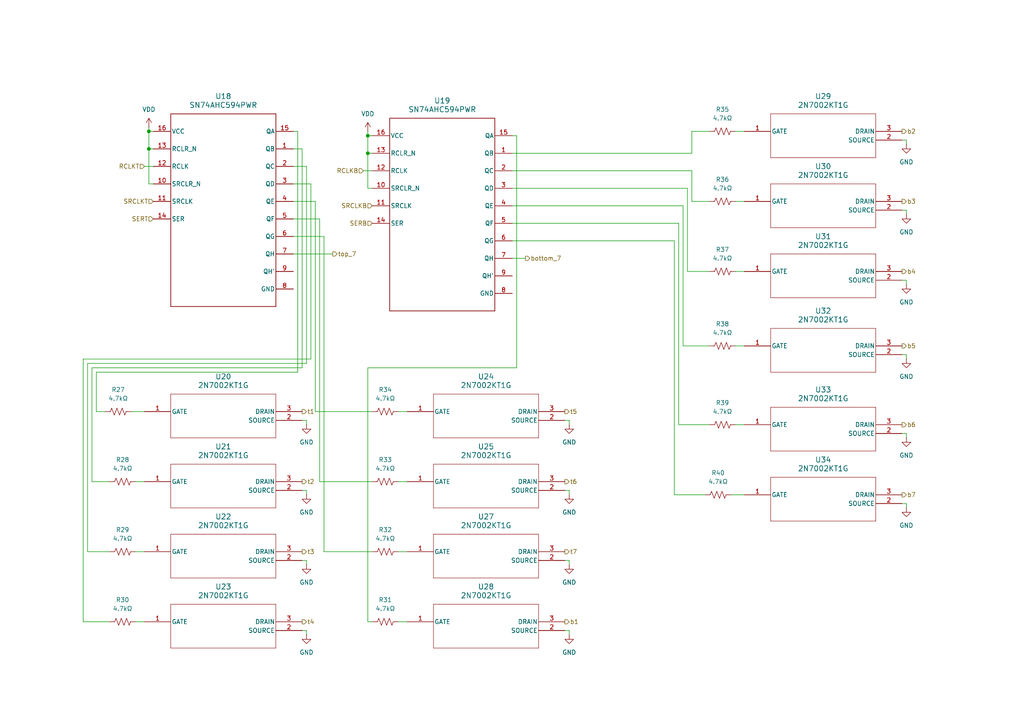
<source format=kicad_sch>
(kicad_sch (version 20231120) (generator "eeschema") (generator_version "8.0")
  (paper "A4")
  (lib_symbols
    (symbol "CMPE2750:2N7002KT1G" (pin_names (offset 0.254))
      (property "Reference" "U" (at 22.86 10.16 0))
      (property "Value" "2N7002KT1G" (at 22.86 7.62 0))
      (symbol "2N7002KT1G_1_1"
        (polyline (pts (xy 7.62 -7.62) (xy 38.1 -7.62)) (stroke (width 0.127)))
        (polyline (pts (xy 7.62 5.08) (xy 7.62 -7.62)) (stroke (width 0.127)))
        (polyline (pts (xy 38.1 -7.62) (xy 38.1 5.08)) (stroke (width 0.127)))
        (polyline (pts (xy 38.1 5.08) (xy 7.62 5.08)) (stroke (width 0.127)))
        (pin input line (at 0 0 0) (length 7.62) (name "GATE") (number "1"))
        (pin passive line (at 45.72 -2.54 180) (length 7.62) (name "SOURCE") (number "2"))
        (pin passive line (at 45.72 0 180) (length 7.62) (name "DRAIN") (number "3"))
      )
    )
    (symbol "CMPE2750:SN74AHC594PWR" (pin_names (offset 0.254))
      (property "Reference" "U" (at 0 2.54 0))
      (property "Value" "SN74AHC594PWR" (at 0 0 0))
      (symbol "SN74AHC594PWR_1_1"
        (polyline (pts (xy -15.24 -27.94) (xy 15.24 -27.94)) (stroke (width 0.2032)))
        (polyline (pts (xy -15.24 27.94) (xy -15.24 -27.94)) (stroke (width 0.2032)))
        (polyline (pts (xy 15.24 -27.94) (xy 15.24 27.94)) (stroke (width 0.2032)))
        (polyline (pts (xy 15.24 27.94) (xy -15.24 27.94)) (stroke (width 0.2032)))
        (pin tri_state line (at 20.32 17.78 180) (length 5.08) (name "QB") (number "1"))
        (pin input line (at -20.32 7.62 0) (length 5.08) (name "SRCLR_N") (number "10"))
        (pin input line (at -20.32 2.54 0) (length 5.08) (name "SRCLK") (number "11"))
        (pin input line (at -20.32 12.7 0) (length 5.08) (name "RCLK") (number "12"))
        (pin input line (at -20.32 17.78 0) (length 5.08) (name "RCLR_N") (number "13"))
        (pin input line (at -20.32 -2.54 0) (length 5.08) (name "SER") (number "14"))
        (pin tri_state line (at 20.32 22.86 180) (length 5.08) (name "QA") (number "15"))
        (pin power_in line (at -20.32 22.86 0) (length 5.08) (name "VCC") (number "16"))
        (pin tri_state line (at 20.32 12.7 180) (length 5.08) (name "QC") (number "2"))
        (pin tri_state line (at 20.32 7.62 180) (length 5.08) (name "QD") (number "3"))
        (pin tri_state line (at 20.32 2.54 180) (length 5.08) (name "QE") (number "4"))
        (pin tri_state line (at 20.32 -2.54 180) (length 5.08) (name "QF") (number "5"))
        (pin tri_state line (at 20.32 -7.62 180) (length 5.08) (name "QG") (number "6"))
        (pin tri_state line (at 20.32 -12.7 180) (length 5.08) (name "QH") (number "7"))
        (pin power_in line (at 20.32 -22.86 180) (length 5.08) (name "GND") (number "8"))
        (pin output line (at 20.32 -17.78 180) (length 5.08) (name "QH'") (number "9"))
      )
    )
    (symbol "Device:R_US" (pin_numbers hide) (pin_names (offset 0))
      (property "Reference" "R" (at 2.54 0 90))
      (property "Value" "R_US" (at -2.54 0 90))
      (symbol "R_US_0_1"
        (polyline (pts (xy 0 -2.286) (xy 0 -2.54)))
        (polyline (pts (xy 0 2.286) (xy 0 2.54)))
        (polyline (pts (xy 0 -0.762) (xy 1.016 -1.143) (xy 0 -1.524) (xy -1.016 -1.905) (xy 0 -2.286)))
        (polyline (pts (xy 0 0.762) (xy 1.016 0.381) (xy 0 0) (xy -1.016 -0.381) (xy 0 -0.762)))
        (polyline (pts (xy 0 2.286) (xy 1.016 1.905) (xy 0 1.524) (xy -1.016 1.143) (xy 0 0.762)))
      )
      (symbol "R_US_1_1"
        (pin passive line (at 0 3.81 270) (length 1.27) (name "~") (number "1"))
        (pin passive line (at 0 -3.81 90) (length 1.27) (name "~") (number "2"))
      )
    )
    (symbol "power:GND" (power) (pin_numbers hide) (pin_names (offset 0) hide)
      (property "Value" "GND" (at 0 -3.81 0))
      (symbol "GND_0_1"
        (polyline (pts (xy 0 0) (xy 0 -1.27) (xy 1.27 -1.27) (xy 0 -2.54) (xy -1.27 -1.27) (xy 0 -1.27)))
      )
      (symbol "GND_1_1"
        (pin power_in line (at 0 0 270) (length 0) (name "~") (number "1"))
      )
    )
    (symbol "power:VDD" (power) (pin_numbers hide) (pin_names (offset 0) hide)
      (property "Value" "VDD" (at 0 3.556 0))
      (symbol "VDD_0_1"
        (polyline (pts (xy -0.762 1.27) (xy 0 2.54)))
        (polyline (pts (xy 0 0) (xy 0 2.54)))
        (polyline (pts (xy 0 2.54) (xy 0.762 1.27)))
      )
      (symbol "VDD_1_1"
        (pin power_in line (at 0 0 90) (length 0) (name "~") (number "1"))
      )
    )
  )
  (junction (at 106.68 44.45))
  (junction (at 43.18 43.18))
  (junction (at 106.68 39.37))
  (junction (at 43.18 38.1))
  (wire (pts (xy 196.85 123.19) (xy 205.74 123.19)))
  (wire (pts (xy 105.41 49.53) (xy 107.95 49.53)))
  (wire (pts (xy 91.44 58.42) (xy 91.44 119.38)))
  (wire (pts (xy 199.39 78.74) (xy 205.74 78.74)))
  (wire (pts (xy 88.9 105.41) (xy 25.4 105.41)))
  (wire (pts (xy 115.57 180.34) (xy 118.11 180.34)))
  (wire (pts (xy 262.89 82.55) (xy 262.89 81.28)))
  (wire (pts (xy 85.09 63.5) (xy 92.71 63.5)))
  (wire (pts (xy 212.09 143.51) (xy 215.9 143.51)))
  (wire (pts (xy 88.9 184.15) (xy 88.9 182.88)))
  (wire (pts (xy 92.71 139.7) (xy 107.95 139.7)))
  (wire (pts (xy 148.59 54.61) (xy 199.39 54.61)))
  (wire (pts (xy 25.4 105.41) (xy 25.4 160.02)))
  (wire (pts (xy 165.1 184.15) (xy 165.1 182.88)))
  (wire (pts (xy 200.66 44.45) (xy 200.66 38.1)))
  (wire (pts (xy 88.9 182.88) (xy 87.63 182.88)))
  (wire (pts (xy 148.59 49.53) (xy 200.66 49.53)))
  (wire (pts (xy 148.59 59.69) (xy 198.12 59.69)))
  (wire (pts (xy 115.57 160.02) (xy 118.11 160.02)))
  (wire (pts (xy 27.94 119.38) (xy 30.48 119.38)))
  (wire (pts (xy 85.09 68.58) (xy 93.98 68.58)))
  (wire (pts (xy 262.89 127) (xy 262.89 125.73)))
  (wire (pts (xy 85.09 73.66) (xy 96.52 73.66)))
  (wire (pts (xy 106.68 54.61) (xy 106.68 44.45)))
  (wire (pts (xy 88.9 163.83) (xy 88.9 162.56)))
  (wire (pts (xy 165.1 182.88) (xy 163.83 182.88)))
  (wire (pts (xy 148.59 44.45) (xy 200.66 44.45)))
  (wire (pts (xy 198.12 59.69) (xy 198.12 100.33)))
  (wire (pts (xy 106.68 39.37) (xy 106.68 38.1)))
  (wire (pts (xy 165.1 162.56) (xy 163.83 162.56)))
  (wire (pts (xy 86.36 38.1) (xy 86.36 107.95)))
  (wire (pts (xy 26.67 106.68) (xy 26.67 139.7)))
  (wire (pts (xy 106.68 180.34) (xy 107.95 180.34)))
  (wire (pts (xy 213.36 78.74) (xy 215.9 78.74)))
  (wire (pts (xy 106.68 44.45) (xy 106.68 39.37)))
  (wire (pts (xy 107.95 44.45) (xy 106.68 44.45)))
  (wire (pts (xy 262.89 147.32) (xy 262.89 146.05)))
  (wire (pts (xy 200.66 58.42) (xy 205.74 58.42)))
  (wire (pts (xy 262.89 146.05) (xy 261.62 146.05)))
  (wire (pts (xy 200.66 38.1) (xy 205.74 38.1)))
  (wire (pts (xy 92.71 63.5) (xy 92.71 139.7)))
  (wire (pts (xy 88.9 123.19) (xy 88.9 121.92)))
  (wire (pts (xy 43.18 38.1) (xy 43.18 36.83)))
  (wire (pts (xy 213.36 38.1) (xy 215.9 38.1)))
  (wire (pts (xy 165.1 121.92) (xy 163.83 121.92)))
  (wire (pts (xy 39.37 139.7) (xy 41.91 139.7)))
  (wire (pts (xy 200.66 49.53) (xy 200.66 58.42)))
  (wire (pts (xy 41.91 48.26) (xy 44.45 48.26)))
  (wire (pts (xy 88.9 48.26) (xy 88.9 105.41)))
  (wire (pts (xy 262.89 40.64) (xy 261.62 40.64)))
  (wire (pts (xy 44.45 43.18) (xy 43.18 43.18)))
  (wire (pts (xy 262.89 102.87) (xy 261.62 102.87)))
  (wire (pts (xy 165.1 143.51) (xy 165.1 142.24)))
  (wire (pts (xy 199.39 54.61) (xy 199.39 78.74)))
  (wire (pts (xy 88.9 121.92) (xy 87.63 121.92)))
  (wire (pts (xy 107.95 39.37) (xy 106.68 39.37)))
  (wire (pts (xy 91.44 119.38) (xy 107.95 119.38)))
  (wire (pts (xy 262.89 62.23) (xy 262.89 60.96)))
  (wire (pts (xy 262.89 41.91) (xy 262.89 40.64)))
  (wire (pts (xy 85.09 43.18) (xy 87.63 43.18)))
  (wire (pts (xy 26.67 139.7) (xy 31.75 139.7)))
  (wire (pts (xy 213.36 100.33) (xy 215.9 100.33)))
  (wire (pts (xy 86.36 107.95) (xy 27.94 107.95)))
  (wire (pts (xy 39.37 160.02) (xy 41.91 160.02)))
  (wire (pts (xy 90.17 104.14) (xy 24.13 104.14)))
  (wire (pts (xy 43.18 53.34) (xy 43.18 43.18)))
  (wire (pts (xy 148.59 64.77) (xy 196.85 64.77)))
  (wire (pts (xy 262.89 104.14) (xy 262.89 102.87)))
  (wire (pts (xy 43.18 43.18) (xy 43.18 38.1)))
  (wire (pts (xy 24.13 104.14) (xy 24.13 180.34)))
  (wire (pts (xy 88.9 162.56) (xy 87.63 162.56)))
  (wire (pts (xy 165.1 123.19) (xy 165.1 121.92)))
  (wire (pts (xy 148.59 74.93) (xy 152.4 74.93)))
  (wire (pts (xy 195.58 69.85) (xy 195.58 143.51)))
  (wire (pts (xy 87.63 43.18) (xy 87.63 106.68)))
  (wire (pts (xy 106.68 106.68) (xy 106.68 180.34)))
  (wire (pts (xy 87.63 106.68) (xy 26.67 106.68)))
  (wire (pts (xy 262.89 125.73) (xy 261.62 125.73)))
  (wire (pts (xy 88.9 142.24) (xy 87.63 142.24)))
  (wire (pts (xy 25.4 160.02) (xy 31.75 160.02)))
  (wire (pts (xy 149.86 39.37) (xy 149.86 106.68)))
  (wire (pts (xy 196.85 64.77) (xy 196.85 123.19)))
  (wire (pts (xy 85.09 48.26) (xy 88.9 48.26)))
  (wire (pts (xy 88.9 143.51) (xy 88.9 142.24)))
  (wire (pts (xy 115.57 119.38) (xy 118.11 119.38)))
  (wire (pts (xy 93.98 160.02) (xy 107.95 160.02)))
  (wire (pts (xy 262.89 60.96) (xy 261.62 60.96)))
  (wire (pts (xy 148.59 69.85) (xy 195.58 69.85)))
  (wire (pts (xy 213.36 58.42) (xy 215.9 58.42)))
  (wire (pts (xy 115.57 139.7) (xy 118.11 139.7)))
  (wire (pts (xy 195.58 143.51) (xy 204.47 143.51)))
  (wire (pts (xy 39.37 180.34) (xy 41.91 180.34)))
  (wire (pts (xy 165.1 142.24) (xy 163.83 142.24)))
  (wire (pts (xy 149.86 106.68) (xy 106.68 106.68)))
  (wire (pts (xy 262.89 81.28) (xy 261.62 81.28)))
  (wire (pts (xy 24.13 180.34) (xy 31.75 180.34)))
  (wire (pts (xy 27.94 107.95) (xy 27.94 119.38)))
  (wire (pts (xy 85.09 58.42) (xy 91.44 58.42)))
  (wire (pts (xy 85.09 38.1) (xy 86.36 38.1)))
  (wire (pts (xy 198.12 100.33) (xy 205.74 100.33)))
  (wire (pts (xy 44.45 38.1) (xy 43.18 38.1)))
  (wire (pts (xy 213.36 123.19) (xy 215.9 123.19)))
  (wire (pts (xy 90.17 53.34) (xy 90.17 104.14)))
  (wire (pts (xy 165.1 163.83) (xy 165.1 162.56)))
  (wire (pts (xy 85.09 53.34) (xy 90.17 53.34)))
  (wire (pts (xy 148.59 39.37) (xy 149.86 39.37)))
  (wire (pts (xy 107.95 54.61) (xy 106.68 54.61)))
  (wire (pts (xy 44.45 53.34) (xy 43.18 53.34)))
  (wire (pts (xy 38.1 119.38) (xy 41.91 119.38)))
  (wire (pts (xy 93.98 68.58) (xy 93.98 160.02)))
  (hierarchical_label "b2" (shape output) (at 261.62 38.1 0))
  (hierarchical_label "SERB" (shape input) (at 107.95 64.77 180))
  (hierarchical_label "b6" (shape output) (at 261.62 123.19 0))
  (hierarchical_label "t3" (shape output) (at 87.63 160.02 0))
  (hierarchical_label "SRCLKT" (shape input) (at 44.45 58.42 180))
  (hierarchical_label "b7" (shape output) (at 261.62 143.51 0))
  (hierarchical_label "RCLKB" (shape input) (at 105.41 49.53 180))
  (hierarchical_label "b4" (shape output) (at 261.62 78.74 0))
  (hierarchical_label "t5" (shape output) (at 163.83 119.38 0))
  (hierarchical_label "t7" (shape output) (at 163.83 160.02 0))
  (hierarchical_label "t1" (shape output) (at 87.63 119.38 0))
  (hierarchical_label "SRCLKB" (shape input) (at 107.95 59.69 180))
  (hierarchical_label "RCLKT" (shape input) (at 41.91 48.26 180))
  (hierarchical_label "b3" (shape output) (at 261.62 58.42 0))
  (hierarchical_label "t2" (shape output) (at 87.63 139.7 0))
  (hierarchical_label "SERT" (shape input) (at 44.45 63.5 180))
  (hierarchical_label "b5" (shape output) (at 261.62 100.33 0))
  (hierarchical_label "t4" (shape output) (at 87.63 180.34 0))
  (hierarchical_label "bottom_7" (shape output) (at 152.4 74.93 0))
  (hierarchical_label "b1" (shape output) (at 163.83 180.34 0))
  (hierarchical_label "t6" (shape output) (at 163.83 139.7 0))
  (hierarchical_label "top_7" (shape output) (at 96.52 73.66 0))
  (symbol (lib_id "power:GND") (at 262.89 147.32 0) (unit 1)
    (property "Reference" "#PWR035" (effects (hide yes)))
    (property "Value" "GND" (at 262.89 152.4 0))
    (property "Description" "Power symbol creates a global label with name \"GND\" , ground" (effects (hide yes)))
  )
  (symbol (lib_id "CMPE2750:2N7002KT1G") (at 118.11 119.38 0) (unit 1)
    (property "Reference" "U24" (at 140.97 109.22 0) (effects (font (size 1.524 1.524))))
    (property "Value" "2N7002KT1G" (at 140.97 111.76 0) (effects (font (size 1.524 1.524))))
    (property "Footprint" "SOT-23_ONS" (effects (hide yes)))
    (property "Datasheet" "2N7002KT1G" (effects (hide yes)))
  )
  (symbol (lib_id "Device:R_US") (at 35.56 160.02 90) (unit 1)
    (property "Reference" "R29" (at 35.56 153.67 90))
    (property "Value" "4.7kΩ" (at 35.56 156.21 90))
    (property "Footprint" "Resistor_SMD:R_1206_3216Metric" (effects (hide yes)))
    (property "Datasheet" "1206W4F4701T5E" (effects (hide yes)))
    (property "Description" "Resistor, US symbol" (effects (hide yes)))
  )
  (symbol (lib_id "Device:R_US") (at 209.55 58.42 90) (unit 1)
    (property "Reference" "R36" (at 209.55 52.07 90))
    (property "Value" "4.7kΩ" (at 209.55 54.61 90))
    (property "Footprint" "Resistor_SMD:R_1206_3216Metric" (effects (hide yes)))
    (property "Datasheet" "1206W4F4701T5E" (effects (hide yes)))
    (property "Description" "Resistor, US symbol" (effects (hide yes)))
  )
  (symbol (lib_id "Device:R_US") (at 209.55 78.74 90) (unit 1)
    (property "Reference" "R37" (at 209.55 72.39 90))
    (property "Value" "4.7kΩ" (at 209.55 74.93 90))
    (property "Footprint" "Resistor_SMD:R_1206_3216Metric" (effects (hide yes)))
    (property "Datasheet" "1206W4F4701T5E" (effects (hide yes)))
    (property "Description" "Resistor, US symbol" (effects (hide yes)))
  )
  (symbol (lib_id "power:GND") (at 262.89 104.14 0) (unit 1)
    (property "Reference" "#PWR037" (effects (hide yes)))
    (property "Value" "GND" (at 262.89 109.22 0))
    (property "Description" "Power symbol creates a global label with name \"GND\" , ground" (effects (hide yes)))
  )
  (symbol (lib_id "power:GND") (at 262.89 41.91 0) (unit 1)
    (property "Reference" "#PWR040" (effects (hide yes)))
    (property "Value" "GND" (at 262.89 46.99 0))
    (property "Description" "Power symbol creates a global label with name \"GND\" , ground" (effects (hide yes)))
  )
  (symbol (lib_id "CMPE2750:2N7002KT1G") (at 215.9 78.74 0) (unit 1)
    (property "Reference" "U31" (at 238.76 68.58 0) (effects (font (size 1.524 1.524))))
    (property "Value" "2N7002KT1G" (at 238.76 71.12 0) (effects (font (size 1.524 1.524))))
    (property "Footprint" "SOT-23_ONS" (effects (hide yes)))
    (property "Datasheet" "2N7002KT1G" (effects (hide yes)))
  )
  (symbol (lib_id "power:GND") (at 262.89 82.55 0) (unit 1)
    (property "Reference" "#PWR038" (effects (hide yes)))
    (property "Value" "GND" (at 262.89 87.63 0))
    (property "Description" "Power symbol creates a global label with name \"GND\" , ground" (effects (hide yes)))
  )
  (symbol (lib_id "CMPE2750:2N7002KT1G") (at 215.9 143.51 0) (unit 1)
    (property "Reference" "U34" (at 238.76 133.35 0) (effects (font (size 1.524 1.524))))
    (property "Value" "2N7002KT1G" (at 238.76 135.89 0) (effects (font (size 1.524 1.524))))
    (property "Footprint" "SOT-23_ONS" (effects (hide yes)))
    (property "Datasheet" "2N7002KT1G" (effects (hide yes)))
  )
  (symbol (lib_id "power:VDD") (at 106.68 38.1 0) (unit 1)
    (property "Reference" "#PWR042" (effects (hide yes)))
    (property "Value" "VDD" (at 106.68 33.02 0))
    (property "Description" "Power symbol creates a global label with name \"VDD\"" (effects (hide yes)))
  )
  (symbol (lib_id "Device:R_US") (at 209.55 38.1 90) (unit 1)
    (property "Reference" "R35" (at 209.55 31.75 90))
    (property "Value" "4.7kΩ" (at 209.55 34.29 90))
    (property "Footprint" "Resistor_SMD:R_1206_3216Metric" (effects (hide yes)))
    (property "Datasheet" "1206W4F4701T5E" (effects (hide yes)))
    (property "Description" "Resistor, US symbol" (effects (hide yes)))
  )
  (symbol (lib_id "power:GND") (at 88.9 123.19 0) (unit 1)
    (property "Reference" "#PWR027" (effects (hide yes)))
    (property "Value" "GND" (at 88.9 128.27 0))
    (property "Description" "Power symbol creates a global label with name \"GND\" , ground" (effects (hide yes)))
  )
  (symbol (lib_id "Device:R_US") (at 34.29 119.38 90) (unit 1)
    (property "Reference" "R27" (at 34.29 113.03 90))
    (property "Value" "4.7kΩ" (at 34.29 115.57 90))
    (property "Footprint" "Resistor_SMD:R_1206_3216Metric" (effects (hide yes)))
    (property "Datasheet" "1206W4F4701T5E" (effects (hide yes)))
    (property "Description" "Resistor, US symbol" (effects (hide yes)))
  )
  (symbol (lib_id "CMPE2750:2N7002KT1G") (at 41.91 139.7 0) (unit 1)
    (property "Reference" "U21" (at 64.77 129.54 0) (effects (font (size 1.524 1.524))))
    (property "Value" "2N7002KT1G" (at 64.77 132.08 0) (effects (font (size 1.524 1.524))))
    (property "Footprint" "SOT-23_ONS" (effects (hide yes)))
    (property "Datasheet" "2N7002KT1G" (effects (hide yes)))
  )
  (symbol (lib_id "CMPE2750:SN74AHC594PWR") (at 128.27 62.23 0) (unit 1)
    (property "Reference" "U19" (at 128.27 29.21 0) (effects (font (size 1.524 1.524))))
    (property "Value" "SN74AHC594PWR" (at 128.27 31.75 0) (effects (font (size 1.524 1.524))))
    (property "Footprint" "PW0016A_N" (effects (hide yes)))
    (property "Datasheet" "SN74AHC594PWR" (effects (hide yes)))
  )
  (symbol (lib_id "Device:R_US") (at 111.76 160.02 90) (unit 1)
    (property "Reference" "R32" (at 111.76 153.67 90))
    (property "Value" "4.7kΩ" (at 111.76 156.21 90))
    (property "Footprint" "Resistor_SMD:R_1206_3216Metric" (effects (hide yes)))
    (property "Datasheet" "1206W4F4701T5E" (effects (hide yes)))
    (property "Description" "Resistor, US symbol" (effects (hide yes)))
  )
  (symbol (lib_id "CMPE2750:2N7002KT1G") (at 118.11 160.02 0) (unit 1)
    (property "Reference" "U27" (at 140.97 149.86 0) (effects (font (size 1.524 1.524))))
    (property "Value" "2N7002KT1G" (at 140.97 152.4 0) (effects (font (size 1.524 1.524))))
    (property "Footprint" "SOT-23_ONS" (effects (hide yes)))
    (property "Datasheet" "2N7002KT1G" (effects (hide yes)))
  )
  (symbol (lib_id "power:GND") (at 165.1 123.19 0) (unit 1)
    (property "Reference" "#PWR034" (effects (hide yes)))
    (property "Value" "GND" (at 165.1 128.27 0))
    (property "Description" "Power symbol creates a global label with name \"GND\" , ground" (effects (hide yes)))
  )
  (symbol (lib_id "Device:R_US") (at 209.55 123.19 90) (unit 1)
    (property "Reference" "R39" (at 209.55 116.84 90))
    (property "Value" "4.7kΩ" (at 209.55 119.38 90))
    (property "Footprint" "Resistor_SMD:R_1206_3216Metric" (effects (hide yes)))
    (property "Datasheet" "1206W4F4701T5E" (effects (hide yes)))
    (property "Description" "Resistor, US symbol" (effects (hide yes)))
  )
  (symbol (lib_id "CMPE2750:2N7002KT1G") (at 118.11 180.34 0) (unit 1)
    (property "Reference" "U28" (at 140.97 170.18 0) (effects (font (size 1.524 1.524))))
    (property "Value" "2N7002KT1G" (at 140.97 172.72 0) (effects (font (size 1.524 1.524))))
    (property "Footprint" "SOT-23_ONS" (effects (hide yes)))
    (property "Datasheet" "2N7002KT1G" (effects (hide yes)))
  )
  (symbol (lib_id "CMPE2750:2N7002KT1G") (at 215.9 123.19 0) (unit 1)
    (property "Reference" "U33" (at 238.76 113.03 0) (effects (font (size 1.524 1.524))))
    (property "Value" "2N7002KT1G" (at 238.76 115.57 0) (effects (font (size 1.524 1.524))))
    (property "Footprint" "SOT-23_ONS" (effects (hide yes)))
    (property "Datasheet" "2N7002KT1G" (effects (hide yes)))
  )
  (symbol (lib_id "Device:R_US") (at 209.55 100.33 90) (unit 1)
    (property "Reference" "R38" (at 209.55 93.98 90))
    (property "Value" "4.7kΩ" (at 209.55 96.52 90))
    (property "Footprint" "Resistor_SMD:R_1206_3216Metric" (effects (hide yes)))
    (property "Datasheet" "1206W4F4701T5E" (effects (hide yes)))
    (property "Description" "Resistor, US symbol" (effects (hide yes)))
  )
  (symbol (lib_id "power:GND") (at 165.1 163.83 0) (unit 1)
    (property "Reference" "#PWR032" (effects (hide yes)))
    (property "Value" "GND" (at 165.1 168.91 0))
    (property "Description" "Power symbol creates a global label with name \"GND\" , ground" (effects (hide yes)))
  )
  (symbol (lib_id "Device:R_US") (at 111.76 139.7 90) (unit 1)
    (property "Reference" "R33" (at 111.76 133.35 90))
    (property "Value" "4.7kΩ" (at 111.76 135.89 90))
    (property "Footprint" "Resistor_SMD:R_1206_3216Metric" (effects (hide yes)))
    (property "Datasheet" "1206W4F4701T5E" (effects (hide yes)))
    (property "Description" "Resistor, US symbol" (effects (hide yes)))
  )
  (symbol (lib_id "Device:R_US") (at 35.56 139.7 90) (unit 1)
    (property "Reference" "R28" (at 35.56 133.35 90))
    (property "Value" "4.7kΩ" (at 35.56 135.89 90))
    (property "Footprint" "Resistor_SMD:R_1206_3216Metric" (effects (hide yes)))
    (property "Datasheet" "1206W4F4701T5E" (effects (hide yes)))
    (property "Description" "Resistor, US symbol" (effects (hide yes)))
  )
  (symbol (lib_id "Device:R_US") (at 111.76 180.34 90) (unit 1)
    (property "Reference" "R31" (at 111.76 173.99 90))
    (property "Value" "4.7kΩ" (at 111.76 176.53 90))
    (property "Footprint" "Resistor_SMD:R_1206_3216Metric" (effects (hide yes)))
    (property "Datasheet" "1206W4F4701T5E" (effects (hide yes)))
    (property "Description" "Resistor, US symbol" (effects (hide yes)))
  )
  (symbol (lib_id "CMPE2750:2N7002KT1G") (at 215.9 58.42 0) (unit 1)
    (property "Reference" "U30" (at 238.76 48.26 0) (effects (font (size 1.524 1.524))))
    (property "Value" "2N7002KT1G" (at 238.76 50.8 0) (effects (font (size 1.524 1.524))))
    (property "Footprint" "SOT-23_ONS" (effects (hide yes)))
    (property "Datasheet" "2N7002KT1G" (effects (hide yes)))
  )
  (symbol (lib_id "CMPE2750:2N7002KT1G") (at 215.9 100.33 0) (unit 1)
    (property "Reference" "U32" (at 238.76 90.17 0) (effects (font (size 1.524 1.524))))
    (property "Value" "2N7002KT1G" (at 238.76 92.71 0) (effects (font (size 1.524 1.524))))
    (property "Footprint" "SOT-23_ONS" (effects (hide yes)))
    (property "Datasheet" "2N7002KT1G" (effects (hide yes)))
  )
  (symbol (lib_id "CMPE2750:SN74AHC594PWR") (at 64.77 60.96 0) (unit 1)
    (property "Reference" "U18" (at 64.77 27.94 0) (effects (font (size 1.524 1.524))))
    (property "Value" "SN74AHC594PWR" (at 64.77 30.48 0) (effects (font (size 1.524 1.524))))
    (property "Footprint" "PW0016A_N" (effects (hide yes)))
    (property "Datasheet" "SN74AHC594PWR" (effects (hide yes)))
  )
  (symbol (lib_id "CMPE2750:2N7002KT1G") (at 41.91 119.38 0) (unit 1)
    (property "Reference" "U20" (at 64.77 109.22 0) (effects (font (size 1.524 1.524))))
    (property "Value" "2N7002KT1G" (at 64.77 111.76 0) (effects (font (size 1.524 1.524))))
    (property "Footprint" "SOT-23_ONS" (effects (hide yes)))
    (property "Datasheet" "2N7002KT1G" (effects (hide yes)))
  )
  (symbol (lib_id "power:GND") (at 88.9 163.83 0) (unit 1)
    (property "Reference" "#PWR029" (effects (hide yes)))
    (property "Value" "GND" (at 88.9 168.91 0))
    (property "Description" "Power symbol creates a global label with name \"GND\" , ground" (effects (hide yes)))
  )
  (symbol (lib_id "power:GND") (at 165.1 184.15 0) (unit 1)
    (property "Reference" "#PWR031" (effects (hide yes)))
    (property "Value" "GND" (at 165.1 189.23 0))
    (property "Description" "Power symbol creates a global label with name \"GND\" , ground" (effects (hide yes)))
  )
  (symbol (lib_id "power:GND") (at 88.9 184.15 0) (unit 1)
    (property "Reference" "#PWR030" (effects (hide yes)))
    (property "Value" "GND" (at 88.9 189.23 0))
    (property "Description" "Power symbol creates a global label with name \"GND\" , ground" (effects (hide yes)))
  )
  (symbol (lib_id "CMPE2750:2N7002KT1G") (at 41.91 160.02 0) (unit 1)
    (property "Reference" "U22" (at 64.77 149.86 0) (effects (font (size 1.524 1.524))))
    (property "Value" "2N7002KT1G" (at 64.77 152.4 0) (effects (font (size 1.524 1.524))))
    (property "Footprint" "SOT-23_ONS" (effects (hide yes)))
    (property "Datasheet" "2N7002KT1G" (effects (hide yes)))
  )
  (symbol (lib_id "power:GND") (at 88.9 143.51 0) (unit 1)
    (property "Reference" "#PWR028" (effects (hide yes)))
    (property "Value" "GND" (at 88.9 148.59 0))
    (property "Description" "Power symbol creates a global label with name \"GND\" , ground" (effects (hide yes)))
  )
  (symbol (lib_id "Device:R_US") (at 111.76 119.38 90) (unit 1)
    (property "Reference" "R34" (at 111.76 113.03 90))
    (property "Value" "4.7kΩ" (at 111.76 115.57 90))
    (property "Footprint" "Resistor_SMD:R_1206_3216Metric" (effects (hide yes)))
    (property "Datasheet" "1206W4F4701T5E" (effects (hide yes)))
    (property "Description" "Resistor, US symbol" (effects (hide yes)))
  )
  (symbol (lib_id "power:GND") (at 262.89 62.23 0) (unit 1)
    (property "Reference" "#PWR039" (effects (hide yes)))
    (property "Value" "GND" (at 262.89 67.31 0))
    (property "Description" "Power symbol creates a global label with name \"GND\" , ground" (effects (hide yes)))
  )
  (symbol (lib_id "CMPE2750:2N7002KT1G") (at 41.91 180.34 0) (unit 1)
    (property "Reference" "U23" (at 64.77 170.18 0) (effects (font (size 1.524 1.524))))
    (property "Value" "2N7002KT1G" (at 64.77 172.72 0) (effects (font (size 1.524 1.524))))
    (property "Footprint" "SOT-23_ONS" (effects (hide yes)))
    (property "Datasheet" "2N7002KT1G" (effects (hide yes)))
  )
  (symbol (lib_id "power:VDD") (at 43.18 36.83 0) (unit 1)
    (property "Reference" "#PWR041" (effects (hide yes)))
    (property "Value" "VDD" (at 43.18 31.75 0))
    (property "Description" "Power symbol creates a global label with name \"VDD\"" (effects (hide yes)))
  )
  (symbol (lib_id "power:GND") (at 262.89 127 0) (unit 1)
    (property "Reference" "#PWR036" (effects (hide yes)))
    (property "Value" "GND" (at 262.89 132.08 0))
    (property "Description" "Power symbol creates a global label with name \"GND\" , ground" (effects (hide yes)))
  )
  (symbol (lib_id "Device:R_US") (at 35.56 180.34 90) (unit 1)
    (property "Reference" "R30" (at 35.56 173.99 90))
    (property "Value" "4.7kΩ" (at 35.56 176.53 90))
    (property "Footprint" "Resistor_SMD:R_1206_3216Metric" (effects (hide yes)))
    (property "Datasheet" "1206W4F4701T5E" (effects (hide yes)))
    (property "Description" "Resistor, US symbol" (effects (hide yes)))
  )
  (symbol (lib_id "Device:R_US") (at 208.28 143.51 90) (unit 1)
    (property "Reference" "R40" (at 208.28 137.16 90))
    (property "Value" "4.7kΩ" (at 208.28 139.7 90))
    (property "Footprint" "Resistor_SMD:R_1206_3216Metric" (effects (hide yes)))
    (property "Datasheet" "1206W4F4701T5E" (effects (hide yes)))
    (property "Description" "Resistor, US symbol" (effects (hide yes)))
  )
  (symbol (lib_id "CMPE2750:2N7002KT1G") (at 118.11 139.7 0) (unit 1)
    (property "Reference" "U25" (at 140.97 129.54 0) (effects (font (size 1.524 1.524))))
    (property "Value" "2N7002KT1G" (at 140.97 132.08 0) (effects (font (size 1.524 1.524))))
    (property "Footprint" "SOT-23_ONS" (effects (hide yes)))
    (property "Datasheet" "2N7002KT1G" (effects (hide yes)))
  )
  (symbol (lib_id "CMPE2750:2N7002KT1G") (at 215.9 38.1 0) (unit 1)
    (property "Reference" "U29" (at 238.76 27.94 0) (effects (font (size 1.524 1.524))))
    (property "Value" "2N7002KT1G" (at 238.76 30.48 0) (effects (font (size 1.524 1.524))))
    (property "Footprint" "SOT-23_ONS" (effects (hide yes)))
    (property "Datasheet" "2N7002KT1G" (effects (hide yes)))
  )
  (symbol (lib_id "power:GND") (at 165.1 143.51 0) (unit 1)
    (property "Reference" "#PWR033" (effects (hide yes)))
    (property "Value" "GND" (at 165.1 148.59 0))
    (property "Description" "Power symbol creates a global label with name \"GND\" , ground" (effects (hide yes)))
  )
)
</source>
